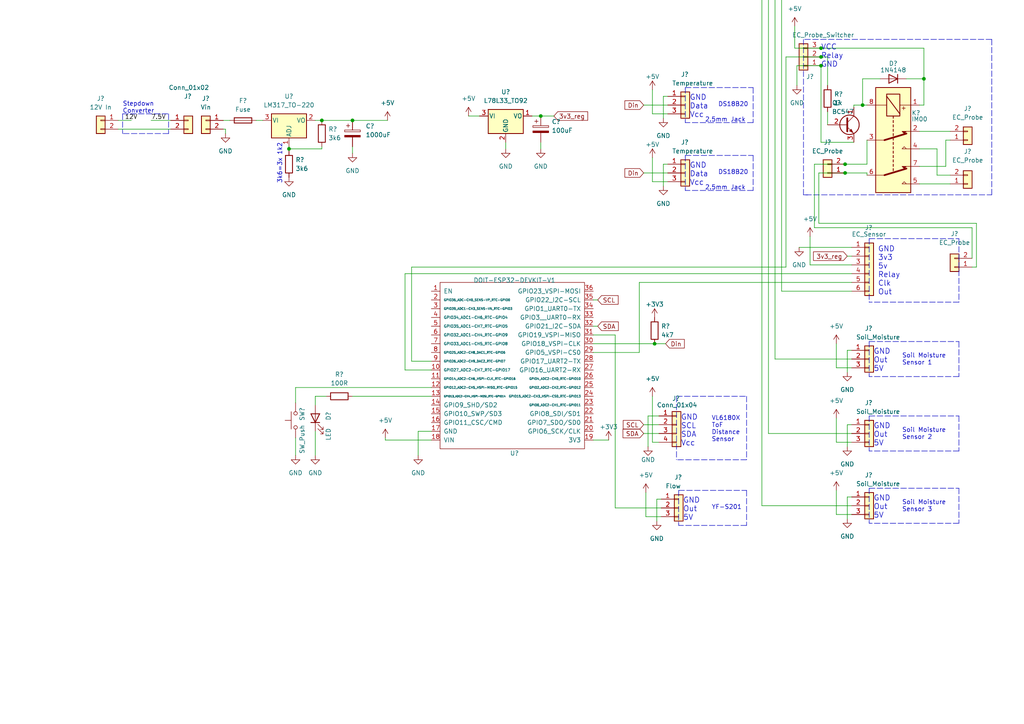
<source format=kicad_sch>
(kicad_sch (version 20211123) (generator eeschema)
  (paper "A4")
  (lib_symbols
    (symbol "Connector:Conn_01x10_Female" (pin_names (offset 1.016) hide)
      (property "Reference" "J" (at 0 12.7 0))
      (property "Value" "Conn_01x10_Female" (at 0 -15.24 0))
      (symbol "Conn_01x10_Female_1_1"
        (arc (start 0 -12.192) (mid -0.508 -12.7) (end 0 -13.208) (stroke (width 0.1524)))
        (arc (start 0 -9.652) (mid -0.508 -10.16) (end 0 -10.668) (stroke (width 0.1524)))
        (arc (start 0 -7.112) (mid -0.508 -7.62) (end 0 -8.128) (stroke (width 0.1524)))
        (arc (start 0 -4.572) (mid -0.508 -5.08) (end 0 -5.588) (stroke (width 0.1524)))
        (arc (start 0 -2.032) (mid -0.508 -2.54) (end 0 -3.048) (stroke (width 0.1524)))
        (polyline (pts (xy -1.27 -12.7) (xy -0.508 -12.7)) (stroke (width 0.1524)))
        (polyline (pts (xy -1.27 -10.16) (xy -0.508 -10.16)) (stroke (width 0.1524)))
        (polyline (pts (xy -1.27 -7.62) (xy -0.508 -7.62)) (stroke (width 0.1524)))
        (polyline (pts (xy -1.27 -5.08) (xy -0.508 -5.08)) (stroke (width 0.1524)))
        (polyline (pts (xy -1.27 -2.54) (xy -0.508 -2.54)) (stroke (width 0.1524)))
        (polyline (pts (xy -1.27 0) (xy -0.508 0)) (stroke (width 0.1524)))
        (polyline (pts (xy -1.27 2.54) (xy -0.508 2.54)) (stroke (width 0.1524)))
        (polyline (pts (xy -1.27 5.08) (xy -0.508 5.08)) (stroke (width 0.1524)))
        (polyline (pts (xy -1.27 7.62) (xy -0.508 7.62)) (stroke (width 0.1524)))
        (polyline (pts (xy -1.27 10.16) (xy -0.508 10.16)) (stroke (width 0.1524)))
        (arc (start 0 0.508) (mid -0.508 0) (end 0 -0.508) (stroke (width 0.1524)))
        (arc (start 0 3.048) (mid -0.508 2.54) (end 0 2.032) (stroke (width 0.1524)))
        (arc (start 0 5.588) (mid -0.508 5.08) (end 0 4.572) (stroke (width 0.1524)))
        (arc (start 0 8.128) (mid -0.508 7.62) (end 0 7.112) (stroke (width 0.1524)))
        (arc (start 0 10.668) (mid -0.508 10.16) (end 0 9.652) (stroke (width 0.1524)))
        (pin passive line (at -5.08 10.16 0) (length 3.81) (name "Pin_1") (number "1"))
        (pin passive line (at -5.08 -12.7 0) (length 3.81) (name "Pin_10") (number "10"))
        (pin passive line (at -5.08 7.62 0) (length 3.81) (name "Pin_2") (number "2"))
        (pin passive line (at -5.08 5.08 0) (length 3.81) (name "Pin_3") (number "3"))
        (pin passive line (at -5.08 2.54 0) (length 3.81) (name "Pin_4") (number "4"))
        (pin passive line (at -5.08 0 0) (length 3.81) (name "Pin_5") (number "5"))
        (pin passive line (at -5.08 -2.54 0) (length 3.81) (name "Pin_6") (number "6"))
        (pin passive line (at -5.08 -5.08 0) (length 3.81) (name "Pin_7") (number "7"))
        (pin passive line (at -5.08 -7.62 0) (length 3.81) (name "Pin_8") (number "8"))
        (pin passive line (at -5.08 -10.16 0) (length 3.81) (name "Pin_9") (number "9"))
      )
    )
    (symbol "Connector_Generic:Conn_01x02" (pin_names (offset 1.016) hide)
      (property "Reference" "J" (at 0 2.54 0))
      (property "Value" "Conn_01x02" (at 0 -5.08 0))
      (symbol "Conn_01x02_1_1"
        (rectangle (start -1.27 -2.413) (end 0 -2.667) (stroke (width 0.1524)))
        (rectangle (start -1.27 0.127) (end 0 -0.127) (stroke (width 0.1524)))
        (rectangle (start -1.27 1.27) (end 1.27 -3.81) (stroke (width 0.254)) (fill (type background)))
        (pin passive line (at -5.08 0 0) (length 3.81) (name "Pin_1") (number "1"))
        (pin passive line (at -5.08 -2.54 0) (length 3.81) (name "Pin_2") (number "2"))
      )
    )
    (symbol "Connector_Generic:Conn_01x03" (pin_names (offset 1.016) hide)
      (property "Reference" "J" (at 0 5.08 0))
      (property "Value" "Conn_01x03" (at 0 -5.08 0))
      (symbol "Conn_01x03_1_1"
        (rectangle (start -1.27 -2.413) (end 0 -2.667) (stroke (width 0.1524)))
        (rectangle (start -1.27 0.127) (end 0 -0.127) (stroke (width 0.1524)))
        (rectangle (start -1.27 2.667) (end 0 2.413) (stroke (width 0.1524)))
        (rectangle (start -1.27 3.81) (end 1.27 -3.81) (stroke (width 0.254)) (fill (type background)))
        (pin passive line (at -5.08 2.54 0) (length 3.81) (name "Pin_1") (number "1"))
        (pin passive line (at -5.08 0 0) (length 3.81) (name "Pin_2") (number "2"))
        (pin passive line (at -5.08 -2.54 0) (length 3.81) (name "Pin_3") (number "3"))
      )
    )
    (symbol "Connector_Generic:Conn_01x04" (pin_names (offset 1.016) hide)
      (property "Reference" "J" (at 0 5.08 0))
      (property "Value" "Conn_01x04" (at 0 -7.62 0))
      (symbol "Conn_01x04_1_1"
        (rectangle (start -1.27 -4.953) (end 0 -5.207) (stroke (width 0.1524)))
        (rectangle (start -1.27 -2.413) (end 0 -2.667) (stroke (width 0.1524)))
        (rectangle (start -1.27 0.127) (end 0 -0.127) (stroke (width 0.1524)))
        (rectangle (start -1.27 2.667) (end 0 2.413) (stroke (width 0.1524)))
        (rectangle (start -1.27 3.81) (end 1.27 -6.35) (stroke (width 0.254)) (fill (type background)))
        (pin passive line (at -5.08 2.54 0) (length 3.81) (name "Pin_1") (number "1"))
        (pin passive line (at -5.08 0 0) (length 3.81) (name "Pin_2") (number "2"))
        (pin passive line (at -5.08 -2.54 0) (length 3.81) (name "Pin_3") (number "3"))
        (pin passive line (at -5.08 -5.08 0) (length 3.81) (name "Pin_4") (number "4"))
      )
    )
    (symbol "Connector_Generic:Conn_01x06" (pin_names (offset 1.016) hide)
      (property "Reference" "J" (at 0 7.62 0))
      (property "Value" "Conn_01x06" (at 0 -10.16 0))
      (symbol "Conn_01x06_1_1"
        (rectangle (start -1.27 -7.493) (end 0 -7.747) (stroke (width 0.1524)))
        (rectangle (start -1.27 -4.953) (end 0 -5.207) (stroke (width 0.1524)))
        (rectangle (start -1.27 -2.413) (end 0 -2.667) (stroke (width 0.1524)))
        (rectangle (start -1.27 0.127) (end 0 -0.127) (stroke (width 0.1524)))
        (rectangle (start -1.27 2.667) (end 0 2.413) (stroke (width 0.1524)))
        (rectangle (start -1.27 5.207) (end 0 4.953) (stroke (width 0.1524)))
        (rectangle (start -1.27 6.35) (end 1.27 -8.89) (stroke (width 0.254)) (fill (type background)))
        (pin passive line (at -5.08 5.08 0) (length 3.81) (name "Pin_1") (number "1"))
        (pin passive line (at -5.08 2.54 0) (length 3.81) (name "Pin_2") (number "2"))
        (pin passive line (at -5.08 0 0) (length 3.81) (name "Pin_3") (number "3"))
        (pin passive line (at -5.08 -2.54 0) (length 3.81) (name "Pin_4") (number "4"))
        (pin passive line (at -5.08 -5.08 0) (length 3.81) (name "Pin_5") (number "5"))
        (pin passive line (at -5.08 -7.62 0) (length 3.81) (name "Pin_6") (number "6"))
      )
    )
    (symbol "Device:C_Polarized" (pin_numbers hide) (pin_names (offset 0.254))
      (property "Reference" "C" (at 0.635 2.54 0))
      (property "Value" "C_Polarized" (at 0.635 -2.54 0))
      (symbol "C_Polarized_0_1"
        (rectangle (start -2.286 0.508) (end 2.286 1.016))
        (polyline (pts (xy -1.778 2.286) (xy -0.762 2.286)))
        (polyline (pts (xy -1.27 2.794) (xy -1.27 1.778)))
        (rectangle (start 2.286 -0.508) (end -2.286 -1.016) (fill (type outline)))
      )
      (symbol "C_Polarized_1_1"
        (pin passive line (at 0 3.81 270) (length 2.794) (name "~") (number "1"))
        (pin passive line (at 0 -3.81 90) (length 2.794) (name "~") (number "2"))
      )
    )
    (symbol "Device:Fuse" (pin_numbers hide) (pin_names (offset 0))
      (property "Reference" "F" (at 2.032 0 90))
      (property "Value" "Fuse" (at -1.905 0 90))
      (symbol "Fuse_0_1"
        (rectangle (start -0.762 -2.54) (end 0.762 2.54) (stroke (width 0.254)))
        (polyline (pts (xy 0 2.54) (xy 0 -2.54)))
      )
      (symbol "Fuse_1_1"
        (pin passive line (at 0 3.81 270) (length 1.27) (name "~") (number "1"))
        (pin passive line (at 0 -3.81 90) (length 1.27) (name "~") (number "2"))
      )
    )
    (symbol "Device:LED" (pin_numbers hide) (pin_names (offset 1.016) hide)
      (property "Reference" "D" (at 0 2.54 0))
      (property "Value" "LED" (at 0 -2.54 0))
      (symbol "LED_0_1"
        (polyline (pts (xy -1.27 -1.27) (xy -1.27 1.27)) (stroke (width 0.254)))
        (polyline (pts (xy -1.27 0) (xy 1.27 0)))
        (polyline (pts (xy 1.27 -1.27) (xy 1.27 1.27) (xy -1.27 0) (xy 1.27 -1.27)) (stroke (width 0.254)))
        (polyline (pts (xy -3.048 -0.762) (xy -4.572 -2.286) (xy -3.81 -2.286) (xy -4.572 -2.286) (xy -4.572 -1.524)))
        (polyline (pts (xy -1.778 -0.762) (xy -3.302 -2.286) (xy -2.54 -2.286) (xy -3.302 -2.286) (xy -3.302 -1.524)))
      )
      (symbol "LED_1_1"
        (pin passive line (at -3.81 0 0) (length 2.54) (name "K") (number "1"))
        (pin passive line (at 3.81 0 180) (length 2.54) (name "A") (number "2"))
      )
    )
    (symbol "Device:R" (pin_numbers hide) (pin_names (offset 0))
      (property "Reference" "R" (at 2.032 0 90))
      (property "Value" "R" (at 0 0 90))
      (symbol "R_0_1"
        (rectangle (start -1.016 -2.54) (end 1.016 2.54) (stroke (width 0.254)))
      )
      (symbol "R_1_1"
        (pin passive line (at 0 3.81 270) (length 1.27) (name "~") (number "1"))
        (pin passive line (at 0 -3.81 90) (length 1.27) (name "~") (number "2"))
      )
    )
    (symbol "Diode:1N4148" (pin_numbers hide) (pin_names hide)
      (property "Reference" "D" (at 0 2.54 0))
      (property "Value" "1N4148" (at 0 -2.54 0))
      (symbol "1N4148_0_1"
        (polyline (pts (xy -1.27 1.27) (xy -1.27 -1.27)) (stroke (width 0.254)))
        (polyline (pts (xy 1.27 0) (xy -1.27 0)))
        (polyline (pts (xy 1.27 1.27) (xy 1.27 -1.27) (xy -1.27 0) (xy 1.27 1.27)) (stroke (width 0.254)))
      )
      (symbol "1N4148_1_1"
        (pin passive line (at -3.81 0 0) (length 2.54) (name "K") (number "1"))
        (pin passive line (at 3.81 0 180) (length 2.54) (name "A") (number "2"))
      )
    )
    (symbol "Regulator_Linear:L78L33_TO92" (pin_names (offset 0.254))
      (property "Reference" "U" (at -3.81 3.175 0))
      (property "Value" "L78L33_TO92" (at 0 3.175 0))
      (symbol "L78L33_TO92_0_1"
        (rectangle (start -5.08 -5.08) (end 5.08 1.905) (stroke (width 0.254)) (fill (type background)))
      )
      (symbol "L78L33_TO92_1_1"
        (pin power_out line (at 7.62 0 180) (length 2.54) (name "VO") (number "1"))
        (pin power_in line (at 0 -7.62 90) (length 2.54) (name "GND") (number "2"))
        (pin power_in line (at -7.62 0 0) (length 2.54) (name "VI") (number "3"))
      )
    )
    (symbol "Regulator_Linear:LM317_TO-220" (pin_names (offset 0.254))
      (property "Reference" "U" (at -3.81 3.175 0))
      (property "Value" "LM317_TO-220" (at 0 3.175 0))
      (symbol "LM317_TO-220_0_1"
        (rectangle (start -5.08 1.905) (end 5.08 -5.08) (stroke (width 0.254)) (fill (type background)))
      )
      (symbol "LM317_TO-220_1_1"
        (pin input line (at 0 -7.62 90) (length 2.54) (name "ADJ") (number "1"))
        (pin power_out line (at 7.62 0 180) (length 2.54) (name "VO") (number "2"))
        (pin power_in line (at -7.62 0 0) (length 2.54) (name "VI") (number "3"))
      )
    )
    (symbol "Relay:IM00"
      (property "Reference" "K" (at 16.51 3.81 0))
      (property "Value" "IM00" (at 16.51 1.27 0))
      (symbol "IM00_0_0"
        (text "+" (at -9.271 2.921 0) (effects (font (size 1.27 1.27))))
      )
      (symbol "IM00_0_1"
        (rectangle (start -15.24 5.08) (end 15.24 -5.08) (stroke (width 0.254)) (fill (type background)))
        (rectangle (start -13.335 1.905) (end -6.985 -1.905) (stroke (width 0.254)))
        (polyline (pts (xy -12.7 -1.905) (xy -7.62 1.905)) (stroke (width 0.254)))
        (polyline (pts (xy -10.16 -5.08) (xy -10.16 -1.905)))
        (polyline (pts (xy -10.16 5.08) (xy -10.16 1.905)))
        (polyline (pts (xy -6.985 0) (xy -6.35 0)) (stroke (width 0.254)))
        (polyline (pts (xy -5.715 0) (xy -5.08 0)) (stroke (width 0.254)))
        (polyline (pts (xy -4.445 0) (xy -3.81 0)) (stroke (width 0.254)))
        (polyline (pts (xy -3.175 0) (xy -2.54 0)) (stroke (width 0.254)))
        (polyline (pts (xy -1.905 0) (xy -1.27 0)) (stroke (width 0.254)))
        (polyline (pts (xy -0.635 0) (xy 0 0)) (stroke (width 0.254)))
        (polyline (pts (xy 0 -2.54) (xy -1.905 3.81)) (stroke (width 0.508)))
        (polyline (pts (xy 0 -2.54) (xy 0 -5.08)))
        (polyline (pts (xy 0.635 0) (xy 1.27 0)) (stroke (width 0.254)))
        (polyline (pts (xy 1.905 0) (xy 2.54 0)) (stroke (width 0.254)))
        (polyline (pts (xy 3.175 0) (xy 3.81 0)) (stroke (width 0.254)))
        (polyline (pts (xy 4.445 0) (xy 5.08 0)) (stroke (width 0.254)))
        (polyline (pts (xy 5.715 0) (xy 6.35 0)) (stroke (width 0.254)))
        (polyline (pts (xy 6.985 0) (xy 7.62 0)) (stroke (width 0.254)))
        (polyline (pts (xy 8.255 0) (xy 8.89 0)) (stroke (width 0.254)))
        (polyline (pts (xy 10.16 -2.54) (xy 8.255 3.81)) (stroke (width 0.508)))
        (polyline (pts (xy 10.16 -2.54) (xy 10.16 -5.08)))
        (polyline (pts (xy -2.54 5.08) (xy -2.54 2.54) (xy -1.905 3.175) (xy -2.54 3.81)) (fill (type outline)))
        (polyline (pts (xy 2.54 5.08) (xy 2.54 2.54) (xy 1.905 3.175) (xy 2.54 3.81)))
        (polyline (pts (xy 7.62 5.08) (xy 7.62 2.54) (xy 8.255 3.175) (xy 7.62 3.81)) (fill (type outline)))
        (polyline (pts (xy 12.7 5.08) (xy 12.7 2.54) (xy 12.065 3.175) (xy 12.7 3.81)))
      )
      (symbol "IM00_1_1"
        (pin passive line (at -10.16 7.62 270) (length 2.54) (name "~") (number "1"))
        (pin passive line (at -2.54 7.62 270) (length 2.54) (name "~") (number "2"))
        (pin passive line (at 0 -7.62 90) (length 2.54) (name "~") (number "3"))
        (pin passive line (at 2.54 7.62 270) (length 2.54) (name "~") (number "4"))
        (pin passive line (at 12.7 7.62 270) (length 2.54) (name "~") (number "5"))
        (pin passive line (at 10.16 -7.62 90) (length 2.54) (name "~") (number "6"))
        (pin passive line (at 7.62 7.62 270) (length 2.54) (name "~") (number "7"))
        (pin passive line (at -10.16 -7.62 90) (length 2.54) (name "~") (number "8"))
      )
    )
    (symbol "Switch:SW_Push" (pin_numbers hide) (pin_names (offset 1.016) hide)
      (property "Reference" "SW" (at 1.27 2.54 0))
      (property "Value" "SW_Push" (at 0 -1.524 0))
      (symbol "SW_Push_0_1"
        (circle (center -2.032 0) (radius 0.508))
        (polyline (pts (xy 0 1.27) (xy 0 3.048)))
        (polyline (pts (xy 2.54 1.27) (xy -2.54 1.27)))
        (circle (center 2.032 0) (radius 0.508))
        (pin passive line (at -5.08 0 0) (length 2.54) (name "1") (number "1"))
        (pin passive line (at 5.08 0 180) (length 2.54) (name "2") (number "2"))
      )
    )
    (symbol "Transistor_BJT:BC547" (pin_names (offset 0) hide)
      (property "Reference" "Q" (at 5.08 1.905 0))
      (property "Value" "BC547" (at 5.08 0 0))
      (symbol "BC547_0_1"
        (polyline (pts (xy 0 0) (xy 0.635 0)))
        (polyline (pts (xy 0.635 0.635) (xy 2.54 2.54)))
        (polyline (pts (xy 0.635 -0.635) (xy 2.54 -2.54) (xy 2.54 -2.54)))
        (polyline (pts (xy 0.635 1.905) (xy 0.635 -1.905) (xy 0.635 -1.905)) (stroke (width 0.508)))
        (polyline (pts (xy 1.27 -1.778) (xy 1.778 -1.27) (xy 2.286 -2.286) (xy 1.27 -1.778) (xy 1.27 -1.778)) (fill (type outline)))
        (circle (center 1.27 0) (radius 2.8194) (stroke (width 0.254)))
      )
      (symbol "BC547_1_1"
        (pin passive line (at 2.54 5.08 270) (length 2.54) (name "C") (number "1"))
        (pin input line (at -5.08 0 0) (length 5.08) (name "B") (number "2"))
        (pin passive line (at 2.54 -5.08 90) (length 2.54) (name "E") (number "3"))
      )
    )
    (symbol "doit-esp32-devkit-v1:DOIT-ESP32-DEVKIT-V1" (pin_names (offset 1.016))
      (property "Reference" "U" (at -1.27 11.43 0))
      (property "Value" "DOIT-ESP32-DEVKIT-V1" (at 0 13.97 0))
      (symbol "DOIT-ESP32-DEVKIT-V1_0_1"
        (rectangle (start 20.32 10.16) (end -21.59 -38.1))
      )
      (symbol "DOIT-ESP32-DEVKIT-V1_1_1"
        (pin output line (at -24.13 7.62 0) (length 2.54) (name "EN") (number "1"))
        (pin bidirectional line (at -24.13 -15.24 0) (length 2.54) (name "GPIO27_ADC2-CH7_RTC-GPIO17") (number "10"))
        (pin bidirectional line (at -24.13 -17.78 0) (length 2.54) (name "GPIO14_ADC2-CH6_HSPI-CLK_RTC-GPIO16") (number "11"))
        (pin bidirectional line (at -24.13 -20.32 0) (length 2.54) (name "GPIO12_ADC2-CH5_HSPI-MISO_RTC-GPIO15") (number "12"))
        (pin bidirectional line (at -24.13 -22.86 0) (length 2.54) (name "GPIO13_ADC2-CH4_HSPI-MOSI_RTC-GPIO14") (number "13"))
        (pin unspecified line (at -24.13 -25.4 0) (length 2.54) (name "GPIO9_SHD/SD2") (number "14"))
        (pin unspecified line (at -24.13 -27.94 0) (length 2.54) (name "GPIO10_SWP/SD3") (number "15"))
        (pin unspecified line (at -24.13 -30.48 0) (length 2.54) (name "GPIO11_CSC/CMD") (number "16"))
        (pin bidirectional line (at -24.13 -33.02 0) (length 2.54) (name "GND") (number "17"))
        (pin bidirectional line (at -24.13 -35.56 0) (length 2.54) (name "VIN") (number "18"))
        (pin output line (at 22.86 -35.56 180) (length 2.54) (name "3V3") (number "19"))
        (pin bidirectional line (at -24.13 5.08 0) (length 2.54) (name "GPIO36_ADC-CH0_SENS-VP_RTC-GPIO0") (number "2"))
        (pin unspecified line (at 22.86 -33.02 180) (length 2.54) (name "GPIO6_SCK/CLK") (number "20"))
        (pin unspecified line (at 22.86 -30.48 180) (length 2.54) (name "GPIO7_SDO/SD0") (number "21"))
        (pin unspecified line (at 22.86 -27.94 180) (length 2.54) (name "GPIO8_SDI/SD1") (number "22"))
        (pin bidirectional line (at 22.86 -25.4 180) (length 2.54) (name "GPIO0_ADC2-CH1_RTC-GPIO11") (number "23"))
        (pin bidirectional line (at 22.86 -22.86 180) (length 2.54) (name "GPIO15_ADC2-CH3_HSPI-CS0_RTC-GPIO13") (number "24"))
        (pin bidirectional line (at 22.86 -20.32 180) (length 2.54) (name "GPIO2_ADC2-CH2_RTC-GPIO12") (number "25"))
        (pin bidirectional line (at 22.86 -17.78 180) (length 2.54) (name "GPIO4_ADC2-CH0_RTC-GPIO10") (number "26"))
        (pin bidirectional line (at 22.86 -15.24 180) (length 2.54) (name "GPIO16_UART2-RX") (number "27"))
        (pin bidirectional line (at 22.86 -12.7 180) (length 2.54) (name "GPIO17_UART2-TX") (number "28"))
        (pin bidirectional line (at 22.86 -10.16 180) (length 2.54) (name "GPIO5_VSPI-CS0") (number "29"))
        (pin bidirectional line (at -24.13 2.54 0) (length 2.54) (name "GPIO39_ADC1-CH3_SENS-VN_RTC-GPIO3") (number "3"))
        (pin bidirectional line (at 22.86 -7.62 180) (length 2.54) (name "GPIO18_VSPI-CLK") (number "30"))
        (pin bidirectional line (at 22.86 -5.08 180) (length 2.54) (name "GPIO19_VSPI-MISO") (number "31"))
        (pin bidirectional line (at 22.86 -2.54 180) (length 2.54) (name "GPIO21_I2C-SDA") (number "32"))
        (pin bidirectional line (at 22.86 0 180) (length 2.54) (name "GPIO3__UART0-RX") (number "33"))
        (pin bidirectional line (at 22.86 2.54 180) (length 2.54) (name "GPIO1_UART0-TX") (number "34"))
        (pin bidirectional line (at 22.86 5.08 180) (length 2.54) (name "GPIO22_I2C-SCL") (number "35"))
        (pin bidirectional line (at 22.86 7.62 180) (length 2.54) (name "GPIO23_VSPI-MOSI") (number "36"))
        (pin bidirectional line (at -24.13 0 0) (length 2.54) (name "GPIO34_ADC1-CH6_RTC-GPIO4") (number "4"))
        (pin bidirectional line (at -24.13 -2.54 0) (length 2.54) (name "GPIO35_ADC1-CH7_RTC-GPIO5") (number "5"))
        (pin bidirectional line (at -24.13 -5.08 0) (length 2.54) (name "GPIO32_ADC1-CH4_RTC-GPIO9") (number "6"))
        (pin bidirectional line (at -24.13 -7.62 0) (length 2.54) (name "GPIO33_ADC1-CH5_RTC-GPIO8") (number "7"))
        (pin bidirectional line (at -24.13 -10.16 0) (length 2.54) (name "GPIO25_ADC2-CH8_DAC1_RTC-GPIO6") (number "8"))
        (pin bidirectional line (at -24.13 -12.7 0) (length 2.54) (name "GPIO26_ADC2-CH9_DAC2_RTC-GPIO7") (number "9"))
      )
    )
    (symbol "power:+3V3" (power) (pin_names (offset 0))
      (property "Value" "+3V3" (at 0 3.556 0))
      (symbol "+3V3_0_1"
        (polyline (pts (xy -0.762 1.27) (xy 0 2.54)))
        (polyline (pts (xy 0 0) (xy 0 2.54)))
        (polyline (pts (xy 0 2.54) (xy 0.762 1.27)))
      )
      (symbol "+3V3_1_1"
        (pin power_in line (at 0 0 90) (length 0) hide (name "+3V3") (number "1"))
      )
    )
    (symbol "power:+5V" (power) (pin_names (offset 0))
      (property "Value" "+5V" (at 0 3.556 0))
      (symbol "+5V_0_1"
        (polyline (pts (xy -0.762 1.27) (xy 0 2.54)))
        (polyline (pts (xy 0 0) (xy 0 2.54)))
        (polyline (pts (xy 0 2.54) (xy 0.762 1.27)))
      )
      (symbol "+5V_1_1"
        (pin power_in line (at 0 0 90) (length 0) hide (name "+5V") (number "1"))
      )
    )
    (symbol "power:GND" (power) (pin_names (offset 0))
      (property "Value" "GND" (at 0 -3.81 0))
      (symbol "GND_0_1"
        (polyline (pts (xy 0 0) (xy 0 -1.27) (xy 1.27 -1.27) (xy 0 -2.54) (xy -1.27 -1.27) (xy 0 -1.27)))
      )
      (symbol "GND_1_1"
        (pin power_in line (at 0 0 270) (length 0) hide (name "GND") (number "1"))
      )
    )
  )
  (junction (at 238.125 13.97))
  (junction (at 83.82 43.18))
  (junction (at 238.125 16.51))
  (junction (at 267.97 22.86))
  (junction (at 93.345 34.925))
  (junction (at 250.19 30.48))
  (junction (at 189.865 99.695))
  (junction (at 156.845 33.655))
  (junction (at 245.11 47.625))
  (junction (at 245.11 50.165))
  (junction (at 238.125 19.05))
  (junction (at 102.235 34.925))
  (no_connect (at 247.015 -29.845))
  (no_connect (at 247.015 -27.305))
  (polyline (pts (xy 35.56 33.02) (xy 35.56 38.735)))
  (wire (pts (xy 74.295 34.925) (xy 76.2 34.925)))
  (polyline (pts (xy 216.535 142.24) (xy 216.535 152.4)))
  (wire (pts (xy 247.015 104.14) (xy 224.79 104.14)))
  (polyline (pts (xy 278.13 130.81) (xy 252.095 130.81)))
  (wire (pts (xy 274.32 40.64) (xy 275.59 40.64)))
  (polyline (pts (xy 287.655 11.43) (xy 233.045 11.43)))
  (polyline (pts (xy 218.44 25.4) (xy 218.44 35.56)))
  (polyline (pts (xy 196.215 114.935) (xy 216.535 114.935)))
  (wire (pts (xy 267.97 13.97) (xy 238.125 13.97)))
  (wire (pts (xy 125.095 107.315) (xy 117.475 107.315)))
  (wire (pts (xy 91.44 114.935) (xy 91.44 117.475)))
  (wire (pts (xy 250.19 30.48) (xy 247.65 30.48)))
  (wire (pts (xy 242.57 106.68) (xy 242.57 99.695)))
  (wire (pts (xy 281.94 77.47) (xy 283.21 77.47)))
  (wire (pts (xy 242.57 128.27) (xy 242.57 121.285)))
  (wire (pts (xy 240.03 32.385) (xy 240.03 36.195)))
  (wire (pts (xy 251.46 47.625) (xy 251.46 40.64)))
  (wire (pts (xy 251.46 47.625) (xy 245.11 47.625)))
  (wire (pts (xy 91.44 34.925) (xy 93.345 34.925)))
  (polyline (pts (xy 252.095 141.605) (xy 252.095 151.765)))
  (wire (pts (xy 262.89 22.86) (xy 267.97 22.86)))
  (wire (pts (xy 83.82 43.18) (xy 83.82 43.815)))
  (wire (pts (xy 34.29 37.465) (xy 49.53 37.465)))
  (wire (pts (xy 250.19 30.48) (xy 250.19 22.86)))
  (wire (pts (xy 236.22 66.04) (xy 236.22 47.625)))
  (wire (pts (xy 274.32 48.26) (xy 274.32 40.64)))
  (polyline (pts (xy 278.13 120.65) (xy 278.13 130.81)))
  (wire (pts (xy 193.675 47.625) (xy 192.405 47.625)))
  (wire (pts (xy 85.725 116.84) (xy 85.725 112.395)))
  (wire (pts (xy 226.695 -24.765) (xy 247.015 -24.765)))
  (polyline (pts (xy 35.56 33.02) (xy 48.895 33.02)))
  (wire (pts (xy 281.94 74.93) (xy 281.94 66.04)))
  (wire (pts (xy 85.725 127) (xy 85.725 132.08)))
  (polyline (pts (xy 196.85 142.24) (xy 216.535 142.24)))
  (wire (pts (xy 187.96 120.65) (xy 191.135 120.65)))
  (wire (pts (xy 234.95 68.58) (xy 234.95 76.835)))
  (wire (pts (xy 247.015 106.68) (xy 242.57 106.68)))
  (wire (pts (xy 240.03 16.51) (xy 238.125 16.51)))
  (wire (pts (xy 245.11 50.165) (xy 251.46 50.165)))
  (wire (pts (xy 231.14 19.05) (xy 238.125 19.05)))
  (wire (pts (xy 266.7 43.18) (xy 271.78 43.18)))
  (wire (pts (xy 245.745 123.19) (xy 245.745 129.54)))
  (polyline (pts (xy 252.095 99.06) (xy 252.095 109.22)))
  (wire (pts (xy 186.69 50.165) (xy 193.675 50.165)))
  (polyline (pts (xy 252.095 -41.91) (xy 278.765 -41.91)))
  (wire (pts (xy 242.57 149.225) (xy 242.57 142.24)))
  (wire (pts (xy 283.21 64.77) (xy 237.49 64.77)))
  (wire (pts (xy 227.965 16.51) (xy 227.965 77.47)))
  (wire (pts (xy 247.015 84.455) (xy 226.695 84.455)))
  (wire (pts (xy 220.98 -17.145) (xy 247.015 -17.145)))
  (wire (pts (xy 191.77 149.86) (xy 187.325 149.86)))
  (polyline (pts (xy 196.85 142.24) (xy 196.85 152.4)))
  (wire (pts (xy 281.94 66.04) (xy 236.22 66.04)))
  (wire (pts (xy 191.77 147.32) (xy 178.435 147.32)))
  (wire (pts (xy 64.77 34.925) (xy 66.675 34.925)))
  (wire (pts (xy 185.42 81.915) (xy 185.42 102.235)))
  (wire (pts (xy 192.405 27.94) (xy 192.405 34.29)))
  (wire (pts (xy 91.44 125.095) (xy 91.44 132.08)))
  (wire (pts (xy 192.405 47.625) (xy 192.405 53.975)))
  (wire (pts (xy 193.675 27.94) (xy 192.405 27.94)))
  (wire (pts (xy 156.845 33.655) (xy 160.655 33.655)))
  (wire (pts (xy 189.23 52.705) (xy 189.23 45.72)))
  (wire (pts (xy 237.49 64.77) (xy 237.49 50.165)))
  (wire (pts (xy 187.96 129.54) (xy 187.96 120.65)))
  (polyline (pts (xy 287.655 56.515) (xy 287.655 11.43)))
  (polyline (pts (xy 196.215 114.935) (xy 196.215 133.35)))
  (polyline (pts (xy 252.095 141.605) (xy 278.13 141.605)))
  (wire (pts (xy 121.285 125.095) (xy 125.095 125.095)))
  (wire (pts (xy 243.205 -32.385) (xy 247.015 -32.385)))
  (wire (pts (xy 231.775 71.755) (xy 247.015 71.755)))
  (wire (pts (xy 102.235 42.545) (xy 102.235 44.45)))
  (wire (pts (xy 187.325 149.86) (xy 187.325 142.875)))
  (wire (pts (xy 224.79 -22.225) (xy 247.015 -22.225)))
  (polyline (pts (xy 198.755 45.085) (xy 218.44 45.085)))
  (wire (pts (xy 230.505 13.97) (xy 230.505 7.62)))
  (wire (pts (xy 85.725 112.395) (xy 125.095 112.395)))
  (polyline (pts (xy 278.13 87.63) (xy 252.095 87.63)))
  (wire (pts (xy 172.085 94.615) (xy 173.355 94.615)))
  (wire (pts (xy 229.235 -37.465) (xy 247.015 -37.465)))
  (wire (pts (xy 193.675 33.02) (xy 189.23 33.02)))
  (polyline (pts (xy 278.765 -15.875) (xy 252.095 -15.875)))
  (wire (pts (xy 245.745 144.145) (xy 245.745 150.495)))
  (polyline (pts (xy 198.755 25.4) (xy 218.44 25.4)))
  (wire (pts (xy 267.97 30.48) (xy 266.7 30.48)))
  (wire (pts (xy 189.23 128.27) (xy 191.135 128.27)))
  (polyline (pts (xy 252.095 120.65) (xy 278.13 120.65)))
  (polyline (pts (xy 278.13 141.605) (xy 278.13 151.765)))
  (wire (pts (xy 154.305 33.655) (xy 156.845 33.655)))
  (polyline (pts (xy 278.13 69.215) (xy 278.13 87.63)))
  (wire (pts (xy 93.345 34.925) (xy 102.235 34.925)))
  (wire (pts (xy 247.015 123.19) (xy 245.745 123.19)))
  (wire (pts (xy 83.82 42.545) (xy 83.82 43.18)))
  (polyline (pts (xy 252.095 69.215) (xy 278.13 69.215)))
  (wire (pts (xy 102.235 114.935) (xy 125.095 114.935)))
  (wire (pts (xy 191.77 144.78) (xy 190.5 144.78)))
  (wire (pts (xy 172.085 99.695) (xy 189.865 99.695)))
  (wire (pts (xy 247.015 149.225) (xy 242.57 149.225)))
  (polyline (pts (xy 252.095 69.215) (xy 252.095 87.63)))
  (wire (pts (xy 271.78 50.8) (xy 275.59 50.8)))
  (wire (pts (xy 156.845 41.275) (xy 156.845 43.18)))
  (wire (pts (xy 227.965 77.47) (xy 119.38 77.47)))
  (wire (pts (xy 234.95 76.835) (xy 247.015 76.835)))
  (wire (pts (xy 236.22 47.625) (xy 245.11 47.625)))
  (polyline (pts (xy 278.13 109.22) (xy 252.095 109.22)))
  (wire (pts (xy 178.435 147.32) (xy 178.435 97.155)))
  (wire (pts (xy 243.84 -40.005) (xy 247.015 -40.005)))
  (wire (pts (xy 267.97 22.86) (xy 267.97 30.48)))
  (wire (pts (xy 83.82 43.18) (xy 93.345 43.18)))
  (polyline (pts (xy 48.895 38.735) (xy 35.56 38.735)))
  (wire (pts (xy 238.125 41.275) (xy 247.65 41.275)))
  (wire (pts (xy 251.46 50.165) (xy 251.46 50.8)))
  (wire (pts (xy 231.14 24.765) (xy 231.14 19.05)))
  (wire (pts (xy 247.015 146.685) (xy 220.98 146.685)))
  (polyline (pts (xy 218.44 45.085) (xy 218.44 55.245)))
  (wire (pts (xy 65.405 37.465) (xy 65.405 38.735)))
  (polyline (pts (xy 252.095 99.06) (xy 278.13 99.06)))
  (wire (pts (xy 189.865 99.695) (xy 193.04 99.695)))
  (wire (pts (xy 266.7 38.1) (xy 275.59 38.1)))
  (wire (pts (xy 185.42 102.235) (xy 172.085 102.235)))
  (wire (pts (xy 243.205 -34.925) (xy 247.015 -34.925)))
  (wire (pts (xy 283.21 77.47) (xy 283.21 64.77)))
  (wire (pts (xy 189.23 114.935) (xy 189.23 128.27)))
  (wire (pts (xy 222.885 125.73) (xy 222.885 -19.685)))
  (wire (pts (xy 251.46 30.48) (xy 250.19 30.48)))
  (wire (pts (xy 247.65 30.48) (xy 247.65 31.115)))
  (polyline (pts (xy 233.045 11.43) (xy 233.045 56.515)))
  (wire (pts (xy 238.125 16.51) (xy 227.965 16.51)))
  (wire (pts (xy 267.97 13.97) (xy 267.97 22.86)))
  (wire (pts (xy 186.69 125.73) (xy 191.135 125.73)))
  (polyline (pts (xy 218.44 55.245) (xy 198.755 55.245)))
  (polyline (pts (xy 252.095 120.65) (xy 252.095 130.81)))
  (wire (pts (xy 237.49 50.165) (xy 245.11 50.165)))
  (wire (pts (xy 271.78 43.18) (xy 271.78 50.8)))
  (wire (pts (xy 125.095 127.635) (xy 111.76 127.635)))
  (wire (pts (xy 190.5 144.78) (xy 190.5 151.13)))
  (wire (pts (xy 121.285 132.08) (xy 121.285 125.095)))
  (wire (pts (xy 238.125 19.05) (xy 238.125 41.275)))
  (polyline (pts (xy 216.535 114.935) (xy 216.535 133.35)))
  (wire (pts (xy 247.015 128.27) (xy 242.57 128.27)))
  (wire (pts (xy 245.745 101.6) (xy 245.745 107.95)))
  (wire (pts (xy 43.815 34.925) (xy 49.53 34.925)))
  (polyline (pts (xy 252.095 -41.91) (xy 252.095 -15.875)))
  (wire (pts (xy 117.475 79.375) (xy 247.015 79.375)))
  (polyline (pts (xy 216.535 133.35) (xy 196.215 133.35)))
  (wire (pts (xy 117.475 107.315) (xy 117.475 79.375)))
  (wire (pts (xy 186.69 123.19) (xy 191.135 123.19)))
  (wire (pts (xy 93.345 42.545) (xy 93.345 43.18)))
  (wire (pts (xy 119.38 77.47) (xy 119.38 104.775)))
  (polyline (pts (xy 216.535 152.4) (xy 196.85 152.4)))
  (wire (pts (xy 119.38 104.775) (xy 125.095 104.775)))
  (wire (pts (xy 34.29 34.925) (xy 38.1 34.925)))
  (wire (pts (xy 250.19 22.86) (xy 255.27 22.86)))
  (wire (pts (xy 266.7 48.26) (xy 274.32 48.26)))
  (polyline (pts (xy 233.045 56.515) (xy 234.315 56.515)))
  (wire (pts (xy 240.03 16.51) (xy 240.03 24.765)))
  (wire (pts (xy 172.085 86.995) (xy 173.355 86.995)))
  (wire (pts (xy 226.695 84.455) (xy 226.695 -24.765)))
  (wire (pts (xy 178.435 97.155) (xy 172.085 97.155)))
  (wire (pts (xy 247.015 81.915) (xy 185.42 81.915)))
  (wire (pts (xy 247.015 144.145) (xy 245.745 144.145)))
  (wire (pts (xy 102.235 34.925) (xy 112.395 34.925)))
  (wire (pts (xy 222.885 -19.685) (xy 247.015 -19.685)))
  (polyline (pts (xy 233.68 56.515) (xy 287.655 56.515)))
  (wire (pts (xy 94.615 114.935) (xy 91.44 114.935)))
  (polyline (pts (xy 198.755 45.085) (xy 198.755 55.245)))
  (polyline (pts (xy 218.44 35.56) (xy 198.755 35.56)))
  (polyline (pts (xy 278.13 99.06) (xy 278.13 109.22)))
  (polyline (pts (xy 278.13 151.765) (xy 252.095 151.765)))
  (wire (pts (xy 245.745 74.295) (xy 247.015 74.295)))
  (wire (pts (xy 111.76 127.635) (xy 111.76 127)))
  (wire (pts (xy 172.085 127.635) (xy 176.53 127.635)))
  (polyline (pts (xy 278.765 -41.91) (xy 278.765 -15.875)))
  (wire (pts (xy 193.675 52.705) (xy 189.23 52.705)))
  (wire (pts (xy 189.23 33.02) (xy 189.23 26.035)))
  (wire (pts (xy 238.125 13.97) (xy 230.505 13.97)))
  (wire (pts (xy 146.685 41.275) (xy 146.685 43.18)))
  (polyline (pts (xy 198.755 25.4) (xy 198.755 35.56)))
  (wire (pts (xy 186.69 30.48) (xy 193.675 30.48)))
  (polyline (pts (xy 48.895 33.02) (xy 48.895 38.735)))
  (wire (pts (xy 224.79 104.14) (xy 224.79 -22.225)))
  (wire (pts (xy 64.77 37.465) (xy 65.405 37.465)))
  (wire (pts (xy 266.7 53.34) (xy 275.59 53.34)))
  (wire (pts (xy 135.89 33.655) (xy 139.065 33.655)))
  (wire (pts (xy 220.98 146.685) (xy 220.98 -17.145)))
  (wire (pts (xy 247.015 101.6) (xy 245.745 101.6)))
  (wire (pts (xy 247.015 125.73) (xy 222.885 125.73)))
  (text "DS18B20" (at 208.28 50.8 0) (effects (font (size 1.27 1.27)) (justify left bottom)))
  (text "GND\nOut\n5V" (at 253.365 150.495 0) (effects (font (size 1.55 1.55)) (justify left bottom)))
  (text "GND\nOut\n5V" (at 253.365 129.54 0) (effects (font (size 1.55 1.55)) (justify left bottom)))
  (text "GND\n3v3\n5v\nRelay\nClk\nOut" (at 254.635 85.725 0) (effects (font (size 1.55 1.55)) (justify left bottom)))
  (text "2.5mm Jack" (at 204.47 35.56 0) (effects (font (size 1.27 1.27)) (justify left bottom)))
  (text "2.5mm Jack" (at 204.47 55.245 0) (effects (font (size 1.27 1.27)) (justify left bottom)))
  (text "GND\nData\nVcc" (at 200.025 53.975 0) (effects (font (size 1.55 1.55)) (justify left bottom)))
  (text "GND\nSCL\nSDA\nVcc" (at 197.485 129.54 0) (effects (font (size 1.55 1.55)) (justify left bottom)))
  (text "GND\nData\nVcc" (at 200.025 34.29 0) (effects (font (size 1.55 1.55)) (justify left bottom)))
  (text "VL6180X\nToF\nDistance\nSensor" (at 206.375 128.27 0) (effects (font (size 1.27 1.27)) (justify left bottom)))
  (text "VDD\nGND\nSCL\nSDA\nADDR\nALRT\nA0\nA1\nA2\nA3" (at 252.095 -16.51 0) (effects (font (size 1.55 1.55)) (justify left bottom)))
  (text "Soil Moisture\nSensor 3" (at 261.62 148.59 0) (effects (font (size 1.27 1.27)) (justify left bottom)))
  (text "Soil Moisture\nSensor 2" (at 261.62 127.635 0) (effects (font (size 1.27 1.27)) (justify left bottom)))
  (text "VCC\nRelay\nGND" (at 238.125 19.685 0) (effects (font (size 1.55 1.55)) (justify left bottom)))
  (text "3k6=3x 1k2" (at 81.915 53.34 90) (effects (font (size 1.27 1.27)) (justify left bottom)))
  (text "Stepdown\nConverter" (at 35.56 33.02 0) (effects (font (size 1.27 1.27)) (justify left bottom)))
  (text "Soil Moisture\nSensor 1" (at 261.62 106.045 0) (effects (font (size 1.27 1.27)) (justify left bottom)))
  (text "ADS1115\n16Bit I2C ADS+PGA\nDevboard" (at 259.08 -17.145 0) (effects (font (size 1.27 1.27)) (justify left bottom)))
  (text "DS18B20" (at 208.28 31.115 0) (effects (font (size 1.27 1.27)) (justify left bottom)))
  (text "GND\nOut\n5V" (at 198.12 151.13 0) (effects (font (size 1.55 1.55)) (justify left bottom)))
  (text "YF-S201" (at 206.375 147.955 0) (effects (font (size 1.27 1.27)) (justify left bottom)))
  (text "GND\nOut\n5V" (at 253.365 107.95 0) (effects (font (size 1.55 1.55)) (justify left bottom)))
  (label "12V" (at 36.195 34.925 0))
  (label "7.5V" (at 43.815 34.925 0))
  (global_label "SCL" (shape input) (at 186.69 123.19 180) (property "Intersheet References" "${INTERSHEET_REFS}" (effects hide)))
  (global_label "SDA" (shape input) (at 243.205 -32.385 180) (property "Intersheet References" "${INTERSHEET_REFS}" (effects hide)))
  (global_label "SDA" (shape input) (at 173.355 94.615 0) (property "Intersheet References" "${INTERSHEET_REFS}" (effects hide)))
  (global_label "SCL" (shape input) (at 243.205 -34.925 180) (property "Intersheet References" "${INTERSHEET_REFS}" (effects hide)))
  (global_label "SCL" (shape input) (at 173.355 86.995 0) (property "Intersheet References" "${INTERSHEET_REFS}" (effects hide)))
  (global_label "Din" (shape input) (at 193.04 99.695 0) (property "Intersheet References" "${INTERSHEET_REFS}" (effects hide)))
  (global_label "3v3_reg" (shape input) (at 243.84 -40.005 180) (property "Intersheet References" "${INTERSHEET_REFS}" (effects hide)))
  (global_label "SDA" (shape input) (at 186.69 125.73 180) (property "Intersheet References" "${INTERSHEET_REFS}" (effects hide)))
  (global_label "3v3_reg" (shape input) (at 245.745 74.295 180) (property "Intersheet References" "${INTERSHEET_REFS}" (effects hide)))
  (global_label "Din" (shape input) (at 186.69 30.48 180) (property "Intersheet References" "${INTERSHEET_REFS}" (effects hide)))
  (global_label "3v3_reg" (shape input) (at 160.655 33.655 0) (property "Intersheet References" "${INTERSHEET_REFS}" (effects hide)))
  (global_label "Din" (shape input) (at 186.69 50.165 180) (property "Intersheet References" "${INTERSHEET_REFS}" (effects hide)))
  (symbol (lib_id "Connector_Generic:Conn_01x03") (at 198.755 50.165 0) (unit 1)
    (property "Reference" "J?" (at 197.485 41.275 0) (effects (justify left)))
    (property "Value" "Temperature" (at 194.945 43.815 0) (effects (justify left)))
  )
  (symbol (lib_id "Regulator_Linear:L78L33_TO92") (at 146.685 33.655 0) (unit 1)
    (property "Reference" "U?" (at 146.685 26.67 0))
    (property "Value" "L78L33_TO92" (at 146.685 29.21 0))
    (property "Footprint" "Package_TO_SOT_THT:TO-92_Inline" (effects hide))
    (property "Datasheet" "http://www.st.com/content/ccc/resource/technical/document/datasheet/15/55/e5/aa/23/5b/43/fd/CD00000446.pdf/files/CD00000446.pdf/jcr:content/translations/en.CD00000446.pdf" (effects hide))
  )
  (symbol (lib_id "power:+5V") (at 242.57 121.285 0) (unit 1)
    (property "Reference" "#PWR?" (effects hide))
    (property "Value" "+5V" (at 242.57 116.205 0))
  )
  (symbol (lib_id "Connector_Generic:Conn_01x02") (at 59.69 34.925 0) (mirror y) (unit 1)
    (property "Reference" "J?" (at 59.69 28.575 0))
    (property "Value" "Vin" (at 59.69 31.115 0))
  )
  (symbol (lib_id "Device:C_Polarized") (at 156.845 37.465 0) (unit 1)
    (property "Reference" "C?" (at 160.02 35.3059 0) (effects (justify left)))
    (property "Value" "100uF" (at 160.02 37.8459 0) (effects (justify left)))
  )
  (symbol (lib_id "power:+5V") (at 189.23 114.935 0) (unit 1)
    (property "Reference" "#PWR?" (effects hide))
    (property "Value" "+5V" (at 189.23 109.855 0))
  )
  (symbol (lib_id "Connector_Generic:Conn_01x02") (at 54.61 34.925 0) (unit 1)
    (property "Reference" "J?" (at 53.34 27.94 0) (effects (justify left)))
    (property "Value" "Conn_01x02" (at 48.895 25.4 0) (effects (justify left)))
  )
  (symbol (lib_id "Connector_Generic:Conn_01x03") (at 233.045 16.51 180) (unit 1)
    (property "Reference" "J?" (at 234.95 22.225 0))
    (property "Value" "EC_Probe_Switcher" (at 238.76 10.16 0))
  )
  (symbol (lib_id "power:GND") (at 190.5 151.13 0) (unit 1)
    (property "Reference" "#PWR?" (effects hide))
    (property "Value" "GND" (at 190.5 156.21 0))
  )
  (symbol (lib_id "Device:LED") (at 91.44 121.285 90) (unit 1)
    (property "Reference" "D?" (at 95.25 119.38 0) (effects (justify right)))
    (property "Value" "LED" (at 95.25 124.1424 0) (effects (justify right)))
  )
  (symbol (lib_id "power:+3V3") (at 176.53 127.635 0) (unit 1)
    (property "Reference" "#PWR?" (effects hide))
    (property "Value" "+3V3" (at 176.53 123.825 0))
  )
  (symbol (lib_id "Device:R") (at 240.03 28.575 180) (unit 1)
    (property "Reference" "R?" (at 241.935 27.3049 0) (effects (justify right)))
    (property "Value" "1k" (at 241.935 29.8449 0) (effects (justify right)))
  )
  (symbol (lib_id "Connector_Generic:Conn_01x06") (at 252.095 76.835 0) (unit 1)
    (property "Reference" "J?" (at 250.825 66.04 0) (effects (justify left)))
    (property "Value" "EC_Sensor" (at 247.015 67.945 0) (effects (justify left)))
  )
  (symbol (lib_id "power:GND") (at 231.775 71.755 0) (unit 1)
    (property "Reference" "#PWR?" (effects hide))
    (property "Value" "GND" (at 231.775 76.835 0))
  )
  (symbol (lib_id "power:+5V") (at 187.325 142.875 0) (unit 1)
    (property "Reference" "#PWR?" (effects hide))
    (property "Value" "+5V" (at 187.325 137.795 0))
  )
  (symbol (lib_id "Device:R") (at 98.425 114.935 90) (unit 1)
    (property "Reference" "R?" (at 98.425 108.585 90))
    (property "Value" "100R" (at 98.425 111.125 90))
  )
  (symbol (lib_id "Switch:SW_Push") (at 85.725 121.92 90) (unit 1)
    (property "Reference" "SW?" (at 87.63 118.11 0) (effects (justify right)))
    (property "Value" "SW_Push" (at 87.63 123.1899 0) (effects (justify right)))
  )
  (symbol (lib_id "power:+5V") (at 234.95 68.58 0) (unit 1)
    (property "Reference" "#PWR?" (effects hide))
    (property "Value" "+5V" (at 234.95 63.5 0))
  )
  (symbol (lib_id "power:GND") (at 121.285 132.08 0) (unit 1)
    (property "Reference" "#PWR?" (effects hide))
    (property "Value" "GND" (at 121.285 137.16 0))
  )
  (symbol (lib_id "power:+3V3") (at 189.865 92.075 0) (unit 1)
    (property "Reference" "#PWR?" (effects hide))
    (property "Value" "+3V3" (at 189.865 88.265 0))
  )
  (symbol (lib_id "power:GND") (at 231.14 24.765 0) (unit 1)
    (property "Reference" "#PWR?" (effects hide))
    (property "Value" "GND" (at 231.14 29.845 0))
  )
  (symbol (lib_id "power:+5V") (at 189.23 26.035 0) (unit 1)
    (property "Reference" "#PWR?" (effects hide))
    (property "Value" "+5V" (at 189.23 22.225 0))
  )
  (symbol (lib_id "power:GND") (at 245.745 129.54 0) (unit 1)
    (property "Reference" "#PWR?" (effects hide))
    (property "Value" "GND" (at 245.745 134.62 0))
  )
  (symbol (lib_id "Connector_Generic:Conn_01x02") (at 276.86 77.47 180) (unit 1)
    (property "Reference" "J?" (at 276.86 67.818 0))
    (property "Value" "EC_Probe" (at 276.86 70.358 0))
  )
  (symbol (lib_id "power:GND") (at 65.405 38.735 0) (unit 1)
    (property "Reference" "#PWR?" (effects hide))
    (property "Value" "GND" (at 65.405 43.815 0))
  )
  (symbol (lib_id "Transistor_BJT:BC547") (at 245.11 36.195 0) (unit 1)
    (property "Reference" "Q?" (at 241.3 29.845 0) (effects (justify left)))
    (property "Value" "BC547" (at 241.3 32.385 0) (effects (justify left)))
    (property "Footprint" "Package_TO_SOT_THT:TO-92_Inline" (effects hide))
    (property "Datasheet" "https://www.onsemi.com/pub/Collateral/BC550-D.pdf" (effects hide))
  )
  (symbol (lib_id "power:GND") (at 83.82 51.435 0) (unit 1)
    (property "Reference" "#PWR?" (effects hide))
    (property "Value" "GND" (at 83.82 56.515 0))
  )
  (symbol (lib_id "power:GND") (at 156.845 43.18 0) (unit 1)
    (property "Reference" "#PWR?" (effects hide))
    (property "Value" "GND" (at 156.845 48.26 0))
  )
  (symbol (lib_id "power:+5V") (at 242.57 142.24 0) (unit 1)
    (property "Reference" "#PWR?" (effects hide))
    (property "Value" "+5V" (at 242.57 137.16 0))
  )
  (symbol (lib_id "Connector_Generic:Conn_01x02") (at 280.67 40.64 0) (mirror x) (unit 1)
    (property "Reference" "J?" (at 280.67 31.496 0))
    (property "Value" "EC_Probe" (at 280.67 34.036 0))
  )
  (symbol (lib_id "power:GND") (at 187.96 129.54 0) (unit 1)
    (property "Reference" "#PWR?" (effects hide))
    (property "Value" "GND" (at 187.96 133.35 0))
  )
  (symbol (lib_id "power:+5V") (at 230.505 7.62 0) (unit 1)
    (property "Reference" "#PWR?" (effects hide))
    (property "Value" "+5V" (at 230.505 2.54 0))
  )
  (symbol (lib_id "Connector_Generic:Conn_01x02") (at 280.67 53.34 0) (mirror x) (unit 1)
    (property "Reference" "J?" (at 280.67 43.942 0))
    (property "Value" "EC_Probe" (at 280.67 46.482 0))
  )
  (symbol (lib_id "Connector_Generic:Conn_01x03") (at 252.095 104.14 0) (unit 1)
    (property "Reference" "J?" (at 250.825 95.25 0) (effects (justify left)))
    (property "Value" "Soil_Moisture" (at 248.285 97.79 0) (effects (justify left)))
  )
  (symbol (lib_id "Diode:1N4148") (at 259.08 22.86 180) (unit 1)
    (property "Reference" "D?" (at 259.08 18.415 0))
    (property "Value" "1N4148" (at 259.08 20.32 0))
    (property "Footprint" "Diode_THT:D_DO-35_SOD27_P7.62mm_Horizontal" (effects hide))
    (property "Datasheet" "https://assets.nexperia.com/documents/data-sheet/1N4148_1N4448.pdf" (effects hide))
  )
  (symbol (lib_id "Connector:Conn_01x10_Female") (at 252.095 -29.845 0) (unit 1)
    (property "Reference" "J?" (at 250.825 -45.72 0) (effects (justify left)))
    (property "Value" "ADS1115" (at 247.65 -43.18 0) (effects (justify left)))
  )
  (symbol (lib_id "Device:R") (at 189.865 95.885 0) (unit 1)
    (property "Reference" "R?" (at 191.77 94.6149 0) (effects (justify left)))
    (property "Value" "4k7" (at 191.77 97.1549 0) (effects (justify left)))
  )
  (symbol (lib_id "power:GND") (at 245.745 150.495 0) (unit 1)
    (property "Reference" "#PWR?" (effects hide))
    (property "Value" "GND" (at 245.745 155.575 0))
  )
  (symbol (lib_id "power:GND") (at 102.235 44.45 0) (unit 1)
    (property "Reference" "#PWR?" (effects hide))
    (property "Value" "GND" (at 102.235 49.53 0))
  )
  (symbol (lib_id "Relay:IM00") (at 259.08 40.64 270) (unit 1)
    (property "Reference" "K?" (at 265.684 32.766 90))
    (property "Value" "IM00" (at 266.7 34.544 90))
    (property "Datasheet" "http://www.te.com/commerce/DocumentDelivery/DDEController?Action=srchrtrv&DocNm=108-98001&DocType=SS&DocLang=EN" (effects hide))
  )
  (symbol (lib_id "power:+5V") (at 112.395 34.925 0) (unit 1)
    (property "Reference" "#PWR?" (effects hide))
    (property "Value" "+5V" (at 112.395 29.845 0))
  )
  (symbol (lib_id "Connector_Generic:Conn_01x04") (at 196.215 123.19 0) (unit 1)
    (property "Reference" "J?" (at 194.945 115.57 0) (effects (justify left)))
    (property "Value" "Conn_01x04" (at 190.5 117.475 0) (effects (justify left)))
  )
  (symbol (lib_id "power:GND") (at 85.725 132.08 0) (unit 1)
    (property "Reference" "#PWR?" (effects hide))
    (property "Value" "GND" (at 85.725 137.16 0))
  )
  (symbol (lib_id "Device:C_Polarized") (at 102.235 38.735 0) (unit 1)
    (property "Reference" "C?" (at 106.045 36.5759 0) (effects (justify left)))
    (property "Value" "1000uF" (at 106.045 39.1159 0) (effects (justify left)))
  )
  (symbol (lib_id "doit-esp32-devkit-v1:DOIT-ESP32-DEVKIT-V1") (at 149.225 92.075 0) (unit 1)
    (property "Reference" "U?" (at 149.225 131.445 0))
    (property "Value" "DOIT-ESP32-DEVKIT-V1" (at 149.225 81.28 0))
  )
  (symbol (lib_id "Device:R") (at 83.82 47.625 0) (unit 1)
    (property "Reference" "R?" (at 85.725 46.3549 0) (effects (justify left)))
    (property "Value" "3k6" (at 85.725 48.8949 0) (effects (justify left)))
  )
  (symbol (lib_id "Connector_Generic:Conn_01x02") (at 29.21 34.925 0) (mirror y) (unit 1)
    (property "Reference" "J?" (at 29.21 28.575 0))
    (property "Value" "12V In" (at 29.21 31.115 0))
  )
  (symbol (lib_id "power:GND") (at 146.685 43.18 0) (unit 1)
    (property "Reference" "#PWR?" (effects hide))
    (property "Value" "GND" (at 146.685 48.26 0))
  )
  (symbol (lib_id "Regulator_Linear:LM317_TO-220") (at 83.82 34.925 0) (unit 1)
    (property "Reference" "U?" (at 83.82 27.94 0))
    (property "Value" "LM317_TO-220" (at 83.82 30.48 0))
    (property "Footprint" "Package_TO_SOT_THT:TO-220-3_Vertical" (effects hide))
    (property "Datasheet" "http://www.ti.com/lit/ds/symlink/lm317.pdf" (effects hide))
  )
  (symbol (lib_id "power:+5V") (at 135.89 33.655 0) (unit 1)
    (property "Reference" "#PWR?" (effects hide))
    (property "Value" "+5V" (at 135.89 28.575 0))
  )
  (symbol (lib_id "Device:Fuse") (at 70.485 34.925 90) (unit 1)
    (property "Reference" "F?" (at 70.485 29.21 90))
    (property "Value" "Fuse" (at 70.485 31.75 90))
  )
  (symbol (lib_id "power:GND") (at 229.235 -37.465 0) (unit 1)
    (property "Reference" "#PWR?" (effects hide))
    (property "Value" "GND" (at 229.235 -32.385 0))
  )
  (symbol (lib_id "Connector_Generic:Conn_01x03") (at 252.095 125.73 0) (unit 1)
    (property "Reference" "J?" (at 250.825 116.84 0) (effects (justify left)))
    (property "Value" "Soil_Moisture" (at 248.285 119.38 0) (effects (justify left)))
  )
  (symbol (lib_id "power:GND") (at 91.44 132.08 0) (unit 1)
    (property "Reference" "#PWR?" (effects hide))
    (property "Value" "GND" (at 91.44 137.16 0))
  )
  (symbol (lib_id "Connector_Generic:Conn_01x03") (at 196.85 147.32 0) (unit 1)
    (property "Reference" "J?" (at 195.58 138.43 0) (effects (justify left)))
    (property "Value" "Flow" (at 193.04 140.97 0) (effects (justify left)))
  )
  (symbol (lib_id "Connector_Generic:Conn_01x03") (at 252.095 146.685 0) (unit 1)
    (property "Reference" "J?" (at 250.825 137.795 0) (effects (justify left)))
    (property "Value" "Soil_Moisture" (at 248.285 140.335 0) (effects (justify left)))
  )
  (symbol (lib_id "power:+5V") (at 242.57 99.695 0) (unit 1)
    (property "Reference" "#PWR?" (effects hide))
    (property "Value" "+5V" (at 242.57 94.615 0))
  )
  (symbol (lib_id "power:+5V") (at 189.23 45.72 0) (unit 1)
    (property "Reference" "#PWR?" (effects hide))
    (property "Value" "+5V" (at 189.23 41.91 0))
  )
  (symbol (lib_id "power:GND") (at 192.405 34.29 0) (unit 1)
    (property "Reference" "#PWR?" (effects hide))
    (property "Value" "GND" (at 192.405 39.37 0))
  )
  (symbol (lib_id "power:GND") (at 245.745 107.95 0) (unit 1)
    (property "Reference" "#PWR?" (effects hide))
    (property "Value" "GND" (at 245.745 113.03 0))
  )
  (symbol (lib_id "power:GND") (at 192.405 53.975 0) (unit 1)
    (property "Reference" "#PWR?" (effects hide))
    (property "Value" "GND" (at 192.405 59.055 0))
  )
  (symbol (lib_id "Connector_Generic:Conn_01x02") (at 240.03 50.165 180) (unit 1)
    (property "Reference" "J?" (at 240.03 41.275 0))
    (property "Value" "EC_Probe" (at 240.03 43.815 0))
  )
  (symbol (lib_id "power:+5V") (at 111.76 127 0) (unit 1)
    (property "Reference" "#PWR?" (effects hide))
    (property "Value" "+5V" (at 111.76 121.92 0))
  )
  (symbol (lib_id "Connector_Generic:Conn_01x03") (at 198.755 30.48 0) (unit 1)
    (property "Reference" "J?" (at 197.485 21.59 0) (effects (justify left)))
    (property "Value" "Temperature" (at 194.945 24.13 0) (effects (justify left)))
  )
  (symbol (lib_id "Device:R") (at 93.345 38.735 0) (unit 1)
    (property "Reference" "R?" (at 95.25 37.4649 0) (effects (justify left)))
    (property "Value" "3k6" (at 95.25 40.0049 0) (effects (justify left)))
  )
)
</source>
